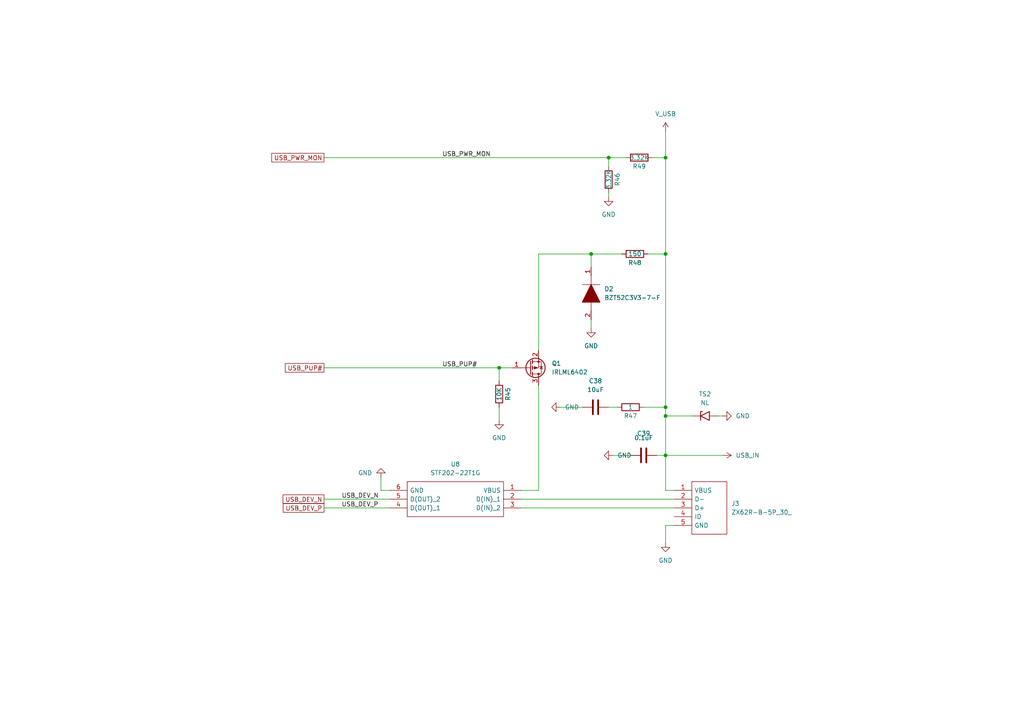
<source format=kicad_sch>
(kicad_sch (version 20211123) (generator eeschema)

  (uuid 1df0a18d-4497-40cd-ad71-4801f734276b)

  (paper "A4")

  (lib_symbols
    (symbol "Device:C" (pin_numbers hide) (pin_names (offset 0.254)) (in_bom yes) (on_board yes)
      (property "Reference" "C" (id 0) (at 0.635 2.54 0)
        (effects (font (size 1.27 1.27)) (justify left))
      )
      (property "Value" "C" (id 1) (at 0.635 -2.54 0)
        (effects (font (size 1.27 1.27)) (justify left))
      )
      (property "Footprint" "" (id 2) (at 0.9652 -3.81 0)
        (effects (font (size 1.27 1.27)) hide)
      )
      (property "Datasheet" "~" (id 3) (at 0 0 0)
        (effects (font (size 1.27 1.27)) hide)
      )
      (property "ki_keywords" "cap capacitor" (id 4) (at 0 0 0)
        (effects (font (size 1.27 1.27)) hide)
      )
      (property "ki_description" "Unpolarized capacitor" (id 5) (at 0 0 0)
        (effects (font (size 1.27 1.27)) hide)
      )
      (property "ki_fp_filters" "C_*" (id 6) (at 0 0 0)
        (effects (font (size 1.27 1.27)) hide)
      )
      (symbol "C_0_1"
        (polyline
          (pts
            (xy -2.032 -0.762)
            (xy 2.032 -0.762)
          )
          (stroke (width 0.508) (type default) (color 0 0 0 0))
          (fill (type none))
        )
        (polyline
          (pts
            (xy -2.032 0.762)
            (xy 2.032 0.762)
          )
          (stroke (width 0.508) (type default) (color 0 0 0 0))
          (fill (type none))
        )
      )
      (symbol "C_1_1"
        (pin passive line (at 0 3.81 270) (length 2.794)
          (name "~" (effects (font (size 1.27 1.27))))
          (number "1" (effects (font (size 1.27 1.27))))
        )
        (pin passive line (at 0 -3.81 90) (length 2.794)
          (name "~" (effects (font (size 1.27 1.27))))
          (number "2" (effects (font (size 1.27 1.27))))
        )
      )
    )
    (symbol "Device:R" (pin_numbers hide) (pin_names (offset 0)) (in_bom yes) (on_board yes)
      (property "Reference" "R" (id 0) (at 2.032 0 90)
        (effects (font (size 1.27 1.27)))
      )
      (property "Value" "R" (id 1) (at 0 0 90)
        (effects (font (size 1.27 1.27)))
      )
      (property "Footprint" "" (id 2) (at -1.778 0 90)
        (effects (font (size 1.27 1.27)) hide)
      )
      (property "Datasheet" "~" (id 3) (at 0 0 0)
        (effects (font (size 1.27 1.27)) hide)
      )
      (property "ki_keywords" "R res resistor" (id 4) (at 0 0 0)
        (effects (font (size 1.27 1.27)) hide)
      )
      (property "ki_description" "Resistor" (id 5) (at 0 0 0)
        (effects (font (size 1.27 1.27)) hide)
      )
      (property "ki_fp_filters" "R_*" (id 6) (at 0 0 0)
        (effects (font (size 1.27 1.27)) hide)
      )
      (symbol "R_0_1"
        (rectangle (start -1.016 -2.54) (end 1.016 2.54)
          (stroke (width 0.254) (type default) (color 0 0 0 0))
          (fill (type none))
        )
      )
      (symbol "R_1_1"
        (pin passive line (at 0 3.81 270) (length 1.27)
          (name "~" (effects (font (size 1.27 1.27))))
          (number "1" (effects (font (size 1.27 1.27))))
        )
        (pin passive line (at 0 -3.81 90) (length 1.27)
          (name "~" (effects (font (size 1.27 1.27))))
          (number "2" (effects (font (size 1.27 1.27))))
        )
      )
    )
    (symbol "Diode:SMF5V0A" (pin_numbers hide) (pin_names (offset 1.016) hide) (in_bom yes) (on_board yes)
      (property "Reference" "D" (id 0) (at 0 2.54 0)
        (effects (font (size 1.27 1.27)))
      )
      (property "Value" "SMF5V0A" (id 1) (at 0 -2.54 0)
        (effects (font (size 1.27 1.27)))
      )
      (property "Footprint" "Diode_SMD:D_SMF" (id 2) (at 0 -5.08 0)
        (effects (font (size 1.27 1.27)) hide)
      )
      (property "Datasheet" "https://www.vishay.com/doc?85881" (id 3) (at -1.27 0 0)
        (effects (font (size 1.27 1.27)) hide)
      )
      (property "ki_keywords" "diode TVS voltage suppressor" (id 4) (at 0 0 0)
        (effects (font (size 1.27 1.27)) hide)
      )
      (property "ki_description" "200W unidirectional Transil Transient Voltage Suppressor, 5Vrwm, SMF" (id 5) (at 0 0 0)
        (effects (font (size 1.27 1.27)) hide)
      )
      (property "ki_fp_filters" "D*SMF*" (id 6) (at 0 0 0)
        (effects (font (size 1.27 1.27)) hide)
      )
      (symbol "SMF5V0A_0_1"
        (polyline
          (pts
            (xy -0.762 1.27)
            (xy -1.27 1.27)
            (xy -1.27 -1.27)
          )
          (stroke (width 0.254) (type default) (color 0 0 0 0))
          (fill (type none))
        )
        (polyline
          (pts
            (xy 1.27 1.27)
            (xy 1.27 -1.27)
            (xy -1.27 0)
            (xy 1.27 1.27)
          )
          (stroke (width 0.254) (type default) (color 0 0 0 0))
          (fill (type none))
        )
      )
      (symbol "SMF5V0A_1_1"
        (pin passive line (at -3.81 0 0) (length 2.54)
          (name "A1" (effects (font (size 1.27 1.27))))
          (number "1" (effects (font (size 1.27 1.27))))
        )
        (pin passive line (at 3.81 0 180) (length 2.54)
          (name "A2" (effects (font (size 1.27 1.27))))
          (number "2" (effects (font (size 1.27 1.27))))
        )
      )
    )
    (symbol "SamacSys_Parts:BZT52C3V3-7-F" (pin_names (offset 0.762)) (in_bom yes) (on_board yes)
      (property "Reference" "D" (id 0) (at 11.43 5.08 0)
        (effects (font (size 1.27 1.27)) (justify left))
      )
      (property "Value" "BZT52C3V3-7-F" (id 1) (at 11.43 2.54 0)
        (effects (font (size 1.27 1.27)) (justify left))
      )
      (property "Footprint" "SOD3716X145N" (id 2) (at 11.43 0 0)
        (effects (font (size 1.27 1.27)) (justify left) hide)
      )
      (property "Datasheet" "https://componentsearchengine.com/Datasheets/2/BZT52C3V3-7-F.pdf" (id 3) (at 11.43 -2.54 0)
        (effects (font (size 1.27 1.27)) (justify left) hide)
      )
      (property "Description" "Diode Zener 3.3V 6% 500mW 2Pin SOD123 Diodes Inc BZT52C3V3-7-F Zener Diode, 3.3V 6% 500 mW SMT 2-Pin SOD-123" (id 4) (at 11.43 -5.08 0)
        (effects (font (size 1.27 1.27)) (justify left) hide)
      )
      (property "Height" "1.45" (id 5) (at 11.43 -7.62 0)
        (effects (font (size 1.27 1.27)) (justify left) hide)
      )
      (property "Manufacturer_Name" "Diodes Inc." (id 6) (at 11.43 -10.16 0)
        (effects (font (size 1.27 1.27)) (justify left) hide)
      )
      (property "Manufacturer_Part_Number" "BZT52C3V3-7-F" (id 7) (at 11.43 -12.7 0)
        (effects (font (size 1.27 1.27)) (justify left) hide)
      )
      (property "Mouser Part Number" "621-BZT52C3V3-F" (id 8) (at 11.43 -15.24 0)
        (effects (font (size 1.27 1.27)) (justify left) hide)
      )
      (property "Mouser Price/Stock" "https://www.mouser.co.uk/ProductDetail/Diodes-Incorporated/BZT52C3V3-7-F?qs=dNtxPdzQ6JULJX51T1L5XQ%3D%3D" (id 9) (at 11.43 -17.78 0)
        (effects (font (size 1.27 1.27)) (justify left) hide)
      )
      (property "Arrow Part Number" "BZT52C3V3-7-F" (id 10) (at 11.43 -20.32 0)
        (effects (font (size 1.27 1.27)) (justify left) hide)
      )
      (property "Arrow Price/Stock" "https://www.arrow.com/en/products/bzt52c3v3-7-f/diodes-incorporated?region=nac" (id 11) (at 11.43 -22.86 0)
        (effects (font (size 1.27 1.27)) (justify left) hide)
      )
      (property "Mouser Testing Part Number" "" (id 12) (at 11.43 -25.4 0)
        (effects (font (size 1.27 1.27)) (justify left) hide)
      )
      (property "Mouser Testing Price/Stock" "" (id 13) (at 11.43 -27.94 0)
        (effects (font (size 1.27 1.27)) (justify left) hide)
      )
      (property "ki_description" "Diode Zener 3.3V 6% 500mW 2Pin SOD123 Diodes Inc BZT52C3V3-7-F Zener Diode, 3.3V 6% 500 mW SMT 2-Pin SOD-123" (id 14) (at 0 0 0)
        (effects (font (size 1.27 1.27)) hide)
      )
      (symbol "BZT52C3V3-7-F_0_0"
        (pin passive line (at 0 0 0) (length 2.54)
          (name "~" (effects (font (size 1.27 1.27))))
          (number "1" (effects (font (size 1.27 1.27))))
        )
        (pin passive line (at 15.24 0 180) (length 2.54)
          (name "~" (effects (font (size 1.27 1.27))))
          (number "2" (effects (font (size 1.27 1.27))))
        )
      )
      (symbol "BZT52C3V3-7-F_0_1"
        (polyline
          (pts
            (xy 2.54 0)
            (xy 5.08 0)
          )
          (stroke (width 0.1524) (type default) (color 0 0 0 0))
          (fill (type none))
        )
        (polyline
          (pts
            (xy 5.08 2.54)
            (xy 5.08 -2.54)
          )
          (stroke (width 0.1524) (type default) (color 0 0 0 0))
          (fill (type none))
        )
        (polyline
          (pts
            (xy 10.16 0)
            (xy 12.7 0)
          )
          (stroke (width 0.1524) (type default) (color 0 0 0 0))
          (fill (type none))
        )
        (polyline
          (pts
            (xy 5.08 0)
            (xy 10.16 2.54)
            (xy 10.16 -2.54)
            (xy 5.08 0)
          )
          (stroke (width 0.254) (type default) (color 0 0 0 0))
          (fill (type outline))
        )
      )
    )
    (symbol "SamacSys_Parts:STF202-22T1G" (pin_names (offset 0.762)) (in_bom yes) (on_board yes)
      (property "Reference" "IC" (id 0) (at 34.29 7.62 0)
        (effects (font (size 1.27 1.27)) (justify left))
      )
      (property "Value" "STF202-22T1G" (id 1) (at 34.29 5.08 0)
        (effects (font (size 1.27 1.27)) (justify left))
      )
      (property "Footprint" "SOT95P275X110-6N" (id 2) (at 34.29 2.54 0)
        (effects (font (size 1.27 1.27)) (justify left) hide)
      )
      (property "Datasheet" "http://www.onsemi.com/pub/Collateral/STF202-22T1-D.PDF" (id 3) (at 34.29 0 0)
        (effects (font (size 1.27 1.27)) (justify left) hide)
      )
      (property "Description" "USB Filter with ESD Protection" (id 4) (at 34.29 -2.54 0)
        (effects (font (size 1.27 1.27)) (justify left) hide)
      )
      (property "Height" "1.1" (id 5) (at 34.29 -5.08 0)
        (effects (font (size 1.27 1.27)) (justify left) hide)
      )
      (property "Manufacturer_Name" "onsemi" (id 6) (at 34.29 -7.62 0)
        (effects (font (size 1.27 1.27)) (justify left) hide)
      )
      (property "Manufacturer_Part_Number" "STF202-22T1G" (id 7) (at 34.29 -10.16 0)
        (effects (font (size 1.27 1.27)) (justify left) hide)
      )
      (property "Mouser Part Number" "863-STF202-22T1G" (id 8) (at 34.29 -12.7 0)
        (effects (font (size 1.27 1.27)) (justify left) hide)
      )
      (property "Mouser Price/Stock" "https://www.mouser.co.uk/ProductDetail/onsemi/STF202-22T1G?qs=xZq1yRCsb1dM1UQ1NtNRtw%3D%3D" (id 9) (at 34.29 -15.24 0)
        (effects (font (size 1.27 1.27)) (justify left) hide)
      )
      (property "Arrow Part Number" "STF202-22T1G" (id 10) (at 34.29 -17.78 0)
        (effects (font (size 1.27 1.27)) (justify left) hide)
      )
      (property "Arrow Price/Stock" "https://www.arrow.com/en/products/stf202-22t1g/on-semiconductor?region=nac" (id 11) (at 34.29 -20.32 0)
        (effects (font (size 1.27 1.27)) (justify left) hide)
      )
      (property "Mouser Testing Part Number" "" (id 12) (at 34.29 -22.86 0)
        (effects (font (size 1.27 1.27)) (justify left) hide)
      )
      (property "Mouser Testing Price/Stock" "" (id 13) (at 34.29 -25.4 0)
        (effects (font (size 1.27 1.27)) (justify left) hide)
      )
      (property "ki_description" "USB Filter with ESD Protection" (id 14) (at 0 0 0)
        (effects (font (size 1.27 1.27)) hide)
      )
      (symbol "STF202-22T1G_0_0"
        (pin passive line (at 0 0 0) (length 5.08)
          (name "VBUS" (effects (font (size 1.27 1.27))))
          (number "1" (effects (font (size 1.27 1.27))))
        )
        (pin passive line (at 0 -2.54 0) (length 5.08)
          (name "D(IN)_1" (effects (font (size 1.27 1.27))))
          (number "2" (effects (font (size 1.27 1.27))))
        )
        (pin passive line (at 0 -5.08 0) (length 5.08)
          (name "D(IN)_2" (effects (font (size 1.27 1.27))))
          (number "3" (effects (font (size 1.27 1.27))))
        )
        (pin passive line (at 38.1 -5.08 180) (length 5.08)
          (name "D(OUT)_1" (effects (font (size 1.27 1.27))))
          (number "4" (effects (font (size 1.27 1.27))))
        )
        (pin passive line (at 38.1 -2.54 180) (length 5.08)
          (name "D(OUT)_2" (effects (font (size 1.27 1.27))))
          (number "5" (effects (font (size 1.27 1.27))))
        )
        (pin passive line (at 38.1 0 180) (length 5.08)
          (name "GND" (effects (font (size 1.27 1.27))))
          (number "6" (effects (font (size 1.27 1.27))))
        )
      )
      (symbol "STF202-22T1G_0_1"
        (polyline
          (pts
            (xy 5.08 2.54)
            (xy 33.02 2.54)
            (xy 33.02 -7.62)
            (xy 5.08 -7.62)
            (xy 5.08 2.54)
          )
          (stroke (width 0.1524) (type default) (color 0 0 0 0))
          (fill (type none))
        )
      )
    )
    (symbol "SamacSys_Parts:ZX62R-B-5P_30_" (pin_names (offset 0.762)) (in_bom yes) (on_board yes)
      (property "Reference" "J" (id 0) (at 13.97 0 0)
        (effects (font (size 1.27 1.27)) (justify left))
      )
      (property "Value" "ZX62R-B-5P_30_" (id 1) (at 13.97 -2.54 0)
        (effects (font (size 1.27 1.27)) (justify left))
      )
      (property "Footprint" "ZX62R-B-5P(30)" (id 2) (at 13.97 -5.08 0)
        (effects (font (size 1.27 1.27)) (justify left) hide)
      )
      (property "Datasheet" "http://www.farnell.com/datasheets/2360818.pdf" (id 3) (at 13.97 -7.62 0)
        (effects (font (size 1.27 1.27)) (justify left) hide)
      )
      (property "Description" "Hirose ZX, Straight SMT, Type B Version 2.0 Micro USB Connector Receptacle" (id 4) (at 13.97 -10.16 0)
        (effects (font (size 1.27 1.27)) (justify left) hide)
      )
      (property "Height" "" (id 5) (at 13.97 -12.7 0)
        (effects (font (size 1.27 1.27)) (justify left) hide)
      )
      (property "Manufacturer_Name" "Hirose" (id 6) (at 13.97 -15.24 0)
        (effects (font (size 1.27 1.27)) (justify left) hide)
      )
      (property "Manufacturer_Part_Number" "ZX62R-B-5P(30)" (id 7) (at 13.97 -17.78 0)
        (effects (font (size 1.27 1.27)) (justify left) hide)
      )
      (property "Mouser Part Number" "798-ZX62R-B-5P30" (id 8) (at 13.97 -20.32 0)
        (effects (font (size 1.27 1.27)) (justify left) hide)
      )
      (property "Mouser Price/Stock" "https://www.mouser.co.uk/ProductDetail/Hirose-Connector/ZX62R-B-5P30?qs=4J5DPWWS9EAThzyZtJ4A7A%3D%3D" (id 9) (at 13.97 -22.86 0)
        (effects (font (size 1.27 1.27)) (justify left) hide)
      )
      (property "Arrow Part Number" "ZX62R-B-5P(30)" (id 10) (at 13.97 -25.4 0)
        (effects (font (size 1.27 1.27)) (justify left) hide)
      )
      (property "Arrow Price/Stock" "https://www.arrow.com/en/products/zx62r-b-5p-30/hirose-electric" (id 11) (at 13.97 -27.94 0)
        (effects (font (size 1.27 1.27)) (justify left) hide)
      )
      (property "Mouser Testing Part Number" "" (id 12) (at 13.97 -30.48 0)
        (effects (font (size 1.27 1.27)) (justify left) hide)
      )
      (property "Mouser Testing Price/Stock" "" (id 13) (at 13.97 -33.02 0)
        (effects (font (size 1.27 1.27)) (justify left) hide)
      )
      (property "ki_description" "Hirose ZX, Straight SMT, Type B Version 2.0 Micro USB Connector Receptacle" (id 14) (at 0 0 0)
        (effects (font (size 1.27 1.27)) hide)
      )
      (symbol "ZX62R-B-5P_30__0_0"
        (pin passive line (at 10.16 0 270) (length 5.08)
          (name "VBUS" (effects (font (size 1.27 1.27))))
          (number "1" (effects (font (size 1.27 1.27))))
        )
        (pin passive line (at 7.62 0 270) (length 5.08)
          (name "D-" (effects (font (size 1.27 1.27))))
          (number "2" (effects (font (size 1.27 1.27))))
        )
        (pin passive line (at 5.08 0 270) (length 5.08)
          (name "D+" (effects (font (size 1.27 1.27))))
          (number "3" (effects (font (size 1.27 1.27))))
        )
        (pin passive line (at 2.54 0 270) (length 5.08)
          (name "ID" (effects (font (size 1.27 1.27))))
          (number "4" (effects (font (size 1.27 1.27))))
        )
        (pin passive line (at 0 0 270) (length 5.08)
          (name "GND" (effects (font (size 1.27 1.27))))
          (number "5" (effects (font (size 1.27 1.27))))
        )
      )
      (symbol "ZX62R-B-5P_30__0_1"
        (polyline
          (pts
            (xy -2.54 -5.08)
            (xy 12.7 -5.08)
            (xy 12.7 -15.24)
            (xy -2.54 -15.24)
            (xy -2.54 -5.08)
          )
          (stroke (width 0.1524) (type default) (color 0 0 0 0))
          (fill (type none))
        )
      )
    )
    (symbol "Transistor_FET:IRLML6402" (pin_names hide) (in_bom yes) (on_board yes)
      (property "Reference" "Q" (id 0) (at 5.08 1.905 0)
        (effects (font (size 1.27 1.27)) (justify left))
      )
      (property "Value" "IRLML6402" (id 1) (at 5.08 0 0)
        (effects (font (size 1.27 1.27)) (justify left))
      )
      (property "Footprint" "Package_TO_SOT_SMD:SOT-23" (id 2) (at 5.08 -1.905 0)
        (effects (font (size 1.27 1.27) italic) (justify left) hide)
      )
      (property "Datasheet" "https://www.infineon.com/dgdl/irlml6402pbf.pdf?fileId=5546d462533600a401535668d5c2263c" (id 3) (at 0 0 0)
        (effects (font (size 1.27 1.27)) (justify left) hide)
      )
      (property "ki_keywords" "P-Channel HEXFET MOSFET" (id 4) (at 0 0 0)
        (effects (font (size 1.27 1.27)) hide)
      )
      (property "ki_description" "-3.7A Id, -20V Vds, 65mOhm Rds, P-Channel HEXFET Power MOSFET, SOT-23" (id 5) (at 0 0 0)
        (effects (font (size 1.27 1.27)) hide)
      )
      (property "ki_fp_filters" "SOT?23*" (id 6) (at 0 0 0)
        (effects (font (size 1.27 1.27)) hide)
      )
      (symbol "IRLML6402_0_1"
        (polyline
          (pts
            (xy 0.254 0)
            (xy -2.54 0)
          )
          (stroke (width 0) (type default) (color 0 0 0 0))
          (fill (type none))
        )
        (polyline
          (pts
            (xy 0.254 1.905)
            (xy 0.254 -1.905)
          )
          (stroke (width 0.254) (type default) (color 0 0 0 0))
          (fill (type none))
        )
        (polyline
          (pts
            (xy 0.762 -1.27)
            (xy 0.762 -2.286)
          )
          (stroke (width 0.254) (type default) (color 0 0 0 0))
          (fill (type none))
        )
        (polyline
          (pts
            (xy 0.762 0.508)
            (xy 0.762 -0.508)
          )
          (stroke (width 0.254) (type default) (color 0 0 0 0))
          (fill (type none))
        )
        (polyline
          (pts
            (xy 0.762 2.286)
            (xy 0.762 1.27)
          )
          (stroke (width 0.254) (type default) (color 0 0 0 0))
          (fill (type none))
        )
        (polyline
          (pts
            (xy 2.54 2.54)
            (xy 2.54 1.778)
          )
          (stroke (width 0) (type default) (color 0 0 0 0))
          (fill (type none))
        )
        (polyline
          (pts
            (xy 2.54 -2.54)
            (xy 2.54 0)
            (xy 0.762 0)
          )
          (stroke (width 0) (type default) (color 0 0 0 0))
          (fill (type none))
        )
        (polyline
          (pts
            (xy 0.762 1.778)
            (xy 3.302 1.778)
            (xy 3.302 -1.778)
            (xy 0.762 -1.778)
          )
          (stroke (width 0) (type default) (color 0 0 0 0))
          (fill (type none))
        )
        (polyline
          (pts
            (xy 2.286 0)
            (xy 1.27 0.381)
            (xy 1.27 -0.381)
            (xy 2.286 0)
          )
          (stroke (width 0) (type default) (color 0 0 0 0))
          (fill (type outline))
        )
        (polyline
          (pts
            (xy 2.794 -0.508)
            (xy 2.921 -0.381)
            (xy 3.683 -0.381)
            (xy 3.81 -0.254)
          )
          (stroke (width 0) (type default) (color 0 0 0 0))
          (fill (type none))
        )
        (polyline
          (pts
            (xy 3.302 -0.381)
            (xy 2.921 0.254)
            (xy 3.683 0.254)
            (xy 3.302 -0.381)
          )
          (stroke (width 0) (type default) (color 0 0 0 0))
          (fill (type none))
        )
        (circle (center 1.651 0) (radius 2.794)
          (stroke (width 0.254) (type default) (color 0 0 0 0))
          (fill (type none))
        )
        (circle (center 2.54 -1.778) (radius 0.254)
          (stroke (width 0) (type default) (color 0 0 0 0))
          (fill (type outline))
        )
        (circle (center 2.54 1.778) (radius 0.254)
          (stroke (width 0) (type default) (color 0 0 0 0))
          (fill (type outline))
        )
      )
      (symbol "IRLML6402_1_1"
        (pin input line (at -5.08 0 0) (length 2.54)
          (name "G" (effects (font (size 1.27 1.27))))
          (number "1" (effects (font (size 1.27 1.27))))
        )
        (pin passive line (at 2.54 -5.08 90) (length 2.54)
          (name "S" (effects (font (size 1.27 1.27))))
          (number "2" (effects (font (size 1.27 1.27))))
        )
        (pin passive line (at 2.54 5.08 270) (length 2.54)
          (name "D" (effects (font (size 1.27 1.27))))
          (number "3" (effects (font (size 1.27 1.27))))
        )
      )
    )
    (symbol "espot:USB_IN" (power) (pin_names (offset 0)) (in_bom yes) (on_board yes)
      (property "Reference" "#PWR" (id 0) (at 0 -3.81 0)
        (effects (font (size 1.27 1.27)) hide)
      )
      (property "Value" "USB_IN" (id 1) (at 0 3.81 0)
        (effects (font (size 1.27 1.27)))
      )
      (property "Footprint" "" (id 2) (at 0 0 0)
        (effects (font (size 1.27 1.27)) hide)
      )
      (property "Datasheet" "" (id 3) (at 0 0 0)
        (effects (font (size 1.27 1.27)) hide)
      )
      (property "ki_keywords" "power-flag" (id 4) (at 0 0 0)
        (effects (font (size 1.27 1.27)) hide)
      )
      (property "ki_description" "Power symbol creates a global label with name \"USB_IN\"" (id 5) (at 0 0 0)
        (effects (font (size 1.27 1.27)) hide)
      )
      (symbol "USB_IN_0_1"
        (polyline
          (pts
            (xy -0.762 1.27)
            (xy 0 2.54)
          )
          (stroke (width 0) (type default) (color 0 0 0 0))
          (fill (type none))
        )
        (polyline
          (pts
            (xy 0 0)
            (xy 0 2.54)
          )
          (stroke (width 0) (type default) (color 0 0 0 0))
          (fill (type none))
        )
        (polyline
          (pts
            (xy 0 2.54)
            (xy 0.762 1.27)
          )
          (stroke (width 0) (type default) (color 0 0 0 0))
          (fill (type none))
        )
      )
      (symbol "USB_IN_1_1"
        (pin power_in line (at 0 0 90) (length 0) hide
          (name "USB_IN" (effects (font (size 1.27 1.27))))
          (number "1" (effects (font (size 1.27 1.27))))
        )
      )
    )
    (symbol "espot:V_USB" (power) (pin_names (offset 0)) (in_bom yes) (on_board yes)
      (property "Reference" "#PWR" (id 0) (at 0 -3.81 0)
        (effects (font (size 1.27 1.27)) hide)
      )
      (property "Value" "V_USB" (id 1) (at 0 3.81 0)
        (effects (font (size 1.27 1.27)))
      )
      (property "Footprint" "" (id 2) (at 0 0 0)
        (effects (font (size 1.27 1.27)) hide)
      )
      (property "Datasheet" "" (id 3) (at 0 0 0)
        (effects (font (size 1.27 1.27)) hide)
      )
      (property "ki_keywords" "power-flag" (id 4) (at 0 0 0)
        (effects (font (size 1.27 1.27)) hide)
      )
      (property "ki_description" "Power symbol creates a global label with name \"V_USB\"" (id 5) (at 0 0 0)
        (effects (font (size 1.27 1.27)) hide)
      )
      (symbol "V_USB_0_1"
        (polyline
          (pts
            (xy -0.762 1.27)
            (xy 0 2.54)
          )
          (stroke (width 0) (type default) (color 0 0 0 0))
          (fill (type none))
        )
        (polyline
          (pts
            (xy 0 0)
            (xy 0 2.54)
          )
          (stroke (width 0) (type default) (color 0 0 0 0))
          (fill (type none))
        )
        (polyline
          (pts
            (xy 0 2.54)
            (xy 0.762 1.27)
          )
          (stroke (width 0) (type default) (color 0 0 0 0))
          (fill (type none))
        )
      )
      (symbol "V_USB_1_1"
        (pin power_in line (at 0 0 90) (length 0) hide
          (name "V_USB" (effects (font (size 1.27 1.27))))
          (number "1" (effects (font (size 1.27 1.27))))
        )
      )
    )
    (symbol "power:GND" (power) (pin_names (offset 0)) (in_bom yes) (on_board yes)
      (property "Reference" "#PWR" (id 0) (at 0 -6.35 0)
        (effects (font (size 1.27 1.27)) hide)
      )
      (property "Value" "GND" (id 1) (at 0 -3.81 0)
        (effects (font (size 1.27 1.27)))
      )
      (property "Footprint" "" (id 2) (at 0 0 0)
        (effects (font (size 1.27 1.27)) hide)
      )
      (property "Datasheet" "" (id 3) (at 0 0 0)
        (effects (font (size 1.27 1.27)) hide)
      )
      (property "ki_keywords" "power-flag" (id 4) (at 0 0 0)
        (effects (font (size 1.27 1.27)) hide)
      )
      (property "ki_description" "Power symbol creates a global label with name \"GND\" , ground" (id 5) (at 0 0 0)
        (effects (font (size 1.27 1.27)) hide)
      )
      (symbol "GND_0_1"
        (polyline
          (pts
            (xy 0 0)
            (xy 0 -1.27)
            (xy 1.27 -1.27)
            (xy 0 -2.54)
            (xy -1.27 -1.27)
            (xy 0 -1.27)
          )
          (stroke (width 0) (type default) (color 0 0 0 0))
          (fill (type none))
        )
      )
      (symbol "GND_1_1"
        (pin power_in line (at 0 0 270) (length 0) hide
          (name "GND" (effects (font (size 1.27 1.27))))
          (number "1" (effects (font (size 1.27 1.27))))
        )
      )
    )
  )

  (junction (at 193.04 132.08) (diameter 0) (color 0 0 0 0)
    (uuid 0802e088-721c-4fe7-8da9-cd70138d4055)
  )
  (junction (at 193.04 45.72) (diameter 0) (color 0 0 0 0)
    (uuid 3148b1f0-fb1a-44d2-9262-18d4f944aa0f)
  )
  (junction (at 171.45 73.66) (diameter 0) (color 0 0 0 0)
    (uuid 53c6b8d1-c155-4495-9363-ecaa7d8bdadf)
  )
  (junction (at 193.04 73.66) (diameter 0) (color 0 0 0 0)
    (uuid 5660f980-6cb5-4008-9d83-3694a067ea5c)
  )
  (junction (at 193.04 120.65) (diameter 0) (color 0 0 0 0)
    (uuid 8605d9fd-3054-4ee7-8686-787a30401d81)
  )
  (junction (at 144.78 106.68) (diameter 0) (color 0 0 0 0)
    (uuid 9124323d-5d21-4e5c-8123-0f633f57ff95)
  )
  (junction (at 176.53 45.72) (diameter 0) (color 0 0 0 0)
    (uuid ad8a40fc-395a-477d-a88e-f0a3a51af0c5)
  )
  (junction (at 193.04 118.11) (diameter 0) (color 0 0 0 0)
    (uuid d73845c5-816c-42db-9f8e-a68bb47455e8)
  )

  (wire (pts (xy 144.78 106.68) (xy 144.78 110.49))
    (stroke (width 0) (type default) (color 0 0 0 0))
    (uuid 01e07c5e-4e9a-40ca-a46a-d66ddce5ca8a)
  )
  (wire (pts (xy 171.45 73.66) (xy 171.45 77.47))
    (stroke (width 0) (type default) (color 0 0 0 0))
    (uuid 036b0a70-ebfc-4718-a890-3d84b708a62f)
  )
  (wire (pts (xy 151.13 147.32) (xy 195.58 147.32))
    (stroke (width 0) (type default) (color 0 0 0 0))
    (uuid 08e6421f-455b-4b65-9ba8-585f209fba97)
  )
  (wire (pts (xy 176.53 118.11) (xy 179.07 118.11))
    (stroke (width 0) (type default) (color 0 0 0 0))
    (uuid 0a257f21-47e0-495c-a0e6-014a3ecff353)
  )
  (wire (pts (xy 177.8 132.08) (xy 182.88 132.08))
    (stroke (width 0) (type default) (color 0 0 0 0))
    (uuid 144f23c1-db97-4770-add2-ecf0eba886f6)
  )
  (wire (pts (xy 186.69 118.11) (xy 193.04 118.11))
    (stroke (width 0) (type default) (color 0 0 0 0))
    (uuid 1e8db07d-8ad0-45b1-9c66-b6dd52c6fefb)
  )
  (wire (pts (xy 176.53 45.72) (xy 176.53 48.26))
    (stroke (width 0) (type default) (color 0 0 0 0))
    (uuid 2322b81d-8568-443a-a343-59a8deb7264f)
  )
  (wire (pts (xy 193.04 118.11) (xy 193.04 120.65))
    (stroke (width 0) (type default) (color 0 0 0 0))
    (uuid 318c6a9f-f12b-4958-beac-c4d68a3f0a4f)
  )
  (wire (pts (xy 176.53 45.72) (xy 181.61 45.72))
    (stroke (width 0) (type default) (color 0 0 0 0))
    (uuid 3a9f81ef-edd4-464a-8117-e51bab6d7bb0)
  )
  (wire (pts (xy 156.21 142.24) (xy 156.21 111.76))
    (stroke (width 0) (type default) (color 0 0 0 0))
    (uuid 3f4621a4-e4c9-41f0-b763-1d450cf3da34)
  )
  (wire (pts (xy 193.04 73.66) (xy 193.04 118.11))
    (stroke (width 0) (type default) (color 0 0 0 0))
    (uuid 45792b3d-3f9c-4196-946d-09ad6649dcdc)
  )
  (wire (pts (xy 193.04 152.4) (xy 193.04 157.48))
    (stroke (width 0) (type default) (color 0 0 0 0))
    (uuid 4b9e3303-a257-4f59-9592-e17256157598)
  )
  (wire (pts (xy 110.49 142.24) (xy 110.49 138.43))
    (stroke (width 0) (type default) (color 0 0 0 0))
    (uuid 52f56e29-b197-484b-8fac-44ee62248cd6)
  )
  (wire (pts (xy 195.58 142.24) (xy 193.04 142.24))
    (stroke (width 0) (type default) (color 0 0 0 0))
    (uuid 55086c4b-eb65-402f-b470-f76224904b69)
  )
  (wire (pts (xy 195.58 152.4) (xy 193.04 152.4))
    (stroke (width 0) (type default) (color 0 0 0 0))
    (uuid 61a4492d-b7b7-456c-837f-d2269ec7b4a3)
  )
  (wire (pts (xy 176.53 55.88) (xy 176.53 57.15))
    (stroke (width 0) (type default) (color 0 0 0 0))
    (uuid 65ef9bbe-e382-4a3d-823d-28f8983c77d4)
  )
  (wire (pts (xy 93.98 147.32) (xy 113.03 147.32))
    (stroke (width 0) (type default) (color 0 0 0 0))
    (uuid 68d4b963-0436-4c44-9dda-c22a72b7a1fc)
  )
  (wire (pts (xy 208.28 120.65) (xy 209.55 120.65))
    (stroke (width 0) (type default) (color 0 0 0 0))
    (uuid 7eb35c80-3eb5-46e4-a2e3-4cd56955621d)
  )
  (wire (pts (xy 93.98 106.68) (xy 144.78 106.68))
    (stroke (width 0) (type default) (color 0 0 0 0))
    (uuid 7f15d79c-b7a5-4d9b-9a03-e465e99bc75b)
  )
  (wire (pts (xy 187.96 73.66) (xy 193.04 73.66))
    (stroke (width 0) (type default) (color 0 0 0 0))
    (uuid 8578ad69-bce4-4362-afb5-6215fff9f5b3)
  )
  (wire (pts (xy 151.13 144.78) (xy 195.58 144.78))
    (stroke (width 0) (type default) (color 0 0 0 0))
    (uuid 8e110d8a-8825-4c1c-a004-9cdcb0073320)
  )
  (wire (pts (xy 193.04 38.1) (xy 193.04 45.72))
    (stroke (width 0) (type default) (color 0 0 0 0))
    (uuid 9ad5dd9a-3646-4e9e-b6a7-4ec2c55db65b)
  )
  (wire (pts (xy 151.13 142.24) (xy 156.21 142.24))
    (stroke (width 0) (type default) (color 0 0 0 0))
    (uuid 9d60f118-3707-471e-bdfc-db4155326236)
  )
  (wire (pts (xy 171.45 73.66) (xy 180.34 73.66))
    (stroke (width 0) (type default) (color 0 0 0 0))
    (uuid a5d47f46-92d1-419e-aeb6-99d151577d42)
  )
  (wire (pts (xy 193.04 45.72) (xy 193.04 73.66))
    (stroke (width 0) (type default) (color 0 0 0 0))
    (uuid a60f843c-43db-4c44-9485-aa9f3369a1a6)
  )
  (wire (pts (xy 200.66 120.65) (xy 193.04 120.65))
    (stroke (width 0) (type default) (color 0 0 0 0))
    (uuid a833687e-3cbd-40ce-853b-7ec4500e1be0)
  )
  (wire (pts (xy 189.23 45.72) (xy 193.04 45.72))
    (stroke (width 0) (type default) (color 0 0 0 0))
    (uuid aa1ee9d3-6ef7-4ace-9ad1-639a1aad1b64)
  )
  (wire (pts (xy 193.04 132.08) (xy 190.5 132.08))
    (stroke (width 0) (type default) (color 0 0 0 0))
    (uuid ae63397c-4922-4dd9-99a9-be38bb6a0b88)
  )
  (wire (pts (xy 148.59 106.68) (xy 144.78 106.68))
    (stroke (width 0) (type default) (color 0 0 0 0))
    (uuid b2731455-78aa-4db5-b598-b4e8bce407fd)
  )
  (wire (pts (xy 113.03 142.24) (xy 110.49 142.24))
    (stroke (width 0) (type default) (color 0 0 0 0))
    (uuid b4067681-1bba-434f-99fe-e9fe86adb3b5)
  )
  (wire (pts (xy 193.04 132.08) (xy 209.55 132.08))
    (stroke (width 0) (type default) (color 0 0 0 0))
    (uuid b9dc29fb-bdae-4cf3-80d9-10acd3d511cc)
  )
  (wire (pts (xy 162.56 118.11) (xy 168.91 118.11))
    (stroke (width 0) (type default) (color 0 0 0 0))
    (uuid bbb470ba-ab58-4c5d-aed4-7d2eca72fc58)
  )
  (wire (pts (xy 156.21 73.66) (xy 171.45 73.66))
    (stroke (width 0) (type default) (color 0 0 0 0))
    (uuid c6cf6fcc-8b98-46d4-af79-439abdb5efa3)
  )
  (wire (pts (xy 144.78 118.11) (xy 144.78 121.92))
    (stroke (width 0) (type default) (color 0 0 0 0))
    (uuid cade5968-9f5b-4e41-96cf-c26e3da14cc7)
  )
  (wire (pts (xy 193.04 142.24) (xy 193.04 132.08))
    (stroke (width 0) (type default) (color 0 0 0 0))
    (uuid cadeaaf8-1b8f-4ffc-9312-f8357da93cf5)
  )
  (wire (pts (xy 93.98 45.72) (xy 176.53 45.72))
    (stroke (width 0) (type default) (color 0 0 0 0))
    (uuid cc97ed78-ba02-48db-8682-61476de1c572)
  )
  (wire (pts (xy 193.04 120.65) (xy 193.04 132.08))
    (stroke (width 0) (type default) (color 0 0 0 0))
    (uuid dfa99c4e-0cd7-4e1a-a5f4-65b4eaaffd3e)
  )
  (wire (pts (xy 156.21 101.6) (xy 156.21 73.66))
    (stroke (width 0) (type default) (color 0 0 0 0))
    (uuid e554410b-66e4-4deb-bf98-152e9975d7ef)
  )
  (wire (pts (xy 171.45 92.71) (xy 171.45 95.25))
    (stroke (width 0) (type default) (color 0 0 0 0))
    (uuid f43993a1-ced2-4ad8-9341-bad6871da07c)
  )
  (wire (pts (xy 93.98 144.78) (xy 113.03 144.78))
    (stroke (width 0) (type default) (color 0 0 0 0))
    (uuid fac92daf-ab4a-49e2-965f-a6db13231c3a)
  )

  (label "USB_PWR_MON" (at 128.27 45.72 0)
    (effects (font (size 1.27 1.27)) (justify left bottom))
    (uuid 4a95a30e-c48d-40fd-918a-037781f41fb5)
  )
  (label "USB_DEV_N" (at 99.06 144.78 0)
    (effects (font (size 1.27 1.27)) (justify left bottom))
    (uuid 6e0c1a53-1796-4cb9-af60-63e062e55a20)
  )
  (label "USB_DEV_P" (at 99.06 147.32 0)
    (effects (font (size 1.27 1.27)) (justify left bottom))
    (uuid 9d7f89f9-34d7-4705-8a1d-2cf27dbea15d)
  )
  (label "USB_PUP#" (at 128.27 106.68 0)
    (effects (font (size 1.27 1.27)) (justify left bottom))
    (uuid c94cc498-6081-4433-8329-43aa45836183)
  )

  (global_label "USB_PUP#" (shape passive) (at 93.98 106.68 180) (fields_autoplaced)
    (effects (font (size 1.27 1.27)) (justify right))
    (uuid 16d94316-7eed-4556-a2b5-57dd8f9940fa)
    (property "Intersheet References" "${INTERSHEET_REFS}" (id 0) (at 81.6488 106.6006 0)
      (effects (font (size 1.27 1.27)) (justify right) hide)
    )
  )
  (global_label "USB_DEV_N" (shape passive) (at 93.98 144.78 180) (fields_autoplaced)
    (effects (font (size 1.27 1.27)) (justify right))
    (uuid 38f97dd5-203f-4a7b-819c-d6586cc614c0)
    (property "Intersheet References" "${INTERSHEET_REFS}" (id 0) (at 80.9836 144.7006 0)
      (effects (font (size 1.27 1.27)) (justify right) hide)
    )
  )
  (global_label "USB_DEV_P" (shape passive) (at 93.98 147.32 180) (fields_autoplaced)
    (effects (font (size 1.27 1.27)) (justify right))
    (uuid 4c825629-65cd-442c-aee1-112afde3365a)
    (property "Intersheet References" "${INTERSHEET_REFS}" (id 0) (at 81.044 147.2406 0)
      (effects (font (size 1.27 1.27)) (justify right) hide)
    )
  )
  (global_label "USB_PWR_MON" (shape passive) (at 93.98 45.72 180) (fields_autoplaced)
    (effects (font (size 1.27 1.27)) (justify right))
    (uuid 78a74705-6580-40f4-8c54-fc29a2c01022)
    (property "Intersheet References" "${INTERSHEET_REFS}" (id 0) (at 77.7179 45.6406 0)
      (effects (font (size 1.27 1.27)) (justify right) hide)
    )
  )

  (symbol (lib_id "power:GND") (at 177.8 132.08 270) (unit 1)
    (in_bom yes) (on_board yes) (fields_autoplaced)
    (uuid 080eb5e4-37cf-401f-bce2-3ed2a039f99d)
    (property "Reference" "#PWR0105" (id 0) (at 171.45 132.08 0)
      (effects (font (size 1.27 1.27)) hide)
    )
    (property "Value" "GND" (id 1) (at 179.07 132.0799 90)
      (effects (font (size 1.27 1.27)) (justify left))
    )
    (property "Footprint" "" (id 2) (at 177.8 132.08 0)
      (effects (font (size 1.27 1.27)) hide)
    )
    (property "Datasheet" "" (id 3) (at 177.8 132.08 0)
      (effects (font (size 1.27 1.27)) hide)
    )
    (pin "1" (uuid 6bec9e03-63a1-48de-80f0-a36ffb47249c))
  )

  (symbol (lib_id "Diode:SMF5V0A") (at 204.47 120.65 0) (unit 1)
    (in_bom yes) (on_board yes) (fields_autoplaced)
    (uuid 174cdcd9-c6fd-44a5-983f-138afb267856)
    (property "Reference" "TS2" (id 0) (at 204.47 114.3 0))
    (property "Value" "NL" (id 1) (at 204.47 116.84 0))
    (property "Footprint" "Diode_SMD:D_SMF" (id 2) (at 204.47 125.73 0)
      (effects (font (size 1.27 1.27)) hide)
    )
    (property "Datasheet" "https://www.vishay.com/doc?85881" (id 3) (at 203.2 120.65 0)
      (effects (font (size 1.27 1.27)) hide)
    )
    (pin "1" (uuid c9fa9296-a98a-4e13-aa76-a90509a190d3))
    (pin "2" (uuid ba9e3d5c-a321-4c27-bdee-7284000d9d89))
  )

  (symbol (lib_id "power:GND") (at 176.53 57.15 0) (unit 1)
    (in_bom yes) (on_board yes) (fields_autoplaced)
    (uuid 2b1a3404-1416-44d3-a38b-1c93c556445d)
    (property "Reference" "#PWR0104" (id 0) (at 176.53 63.5 0)
      (effects (font (size 1.27 1.27)) hide)
    )
    (property "Value" "GND" (id 1) (at 176.53 62.23 0))
    (property "Footprint" "" (id 2) (at 176.53 57.15 0)
      (effects (font (size 1.27 1.27)) hide)
    )
    (property "Datasheet" "" (id 3) (at 176.53 57.15 0)
      (effects (font (size 1.27 1.27)) hide)
    )
    (pin "1" (uuid 23ec8537-7143-4491-814d-dd6a0559fc8e))
  )

  (symbol (lib_id "Device:C") (at 186.69 132.08 90) (unit 1)
    (in_bom yes) (on_board yes) (fields_autoplaced)
    (uuid 30577c73-d744-4161-a08b-1fc767ab733d)
    (property "Reference" "C39" (id 0) (at 186.69 125.73 90))
    (property "Value" "0.1uF" (id 1) (at 186.69 127 90))
    (property "Footprint" "Capacitor_SMD:C_0603_1608Metric_Pad1.08x0.95mm_HandSolder" (id 2) (at 190.5 131.1148 0)
      (effects (font (size 1.27 1.27)) hide)
    )
    (property "Datasheet" "~" (id 3) (at 186.69 132.08 0)
      (effects (font (size 1.27 1.27)) hide)
    )
    (pin "1" (uuid 7dc10f10-9ca2-4f91-b45b-5ed191bcc364))
    (pin "2" (uuid e19eecf0-a8c3-4d62-8e3a-9cb196dba12a))
  )

  (symbol (lib_id "power:GND") (at 193.04 157.48 0) (unit 1)
    (in_bom yes) (on_board yes) (fields_autoplaced)
    (uuid 3421607a-0f75-4ea3-98dc-a2e1205c5602)
    (property "Reference" "#PWR0107" (id 0) (at 193.04 163.83 0)
      (effects (font (size 1.27 1.27)) hide)
    )
    (property "Value" "GND" (id 1) (at 193.04 162.56 0))
    (property "Footprint" "" (id 2) (at 193.04 157.48 0)
      (effects (font (size 1.27 1.27)) hide)
    )
    (property "Datasheet" "" (id 3) (at 193.04 157.48 0)
      (effects (font (size 1.27 1.27)) hide)
    )
    (pin "1" (uuid 26e7025e-2aa5-4f7a-9479-5f5e245f6c7d))
  )

  (symbol (lib_id "Device:R") (at 184.15 73.66 270) (unit 1)
    (in_bom yes) (on_board yes)
    (uuid 36b95b91-ce69-4686-a0b8-c92be1794eb7)
    (property "Reference" "R48" (id 0) (at 184.15 76.2 90))
    (property "Value" "150" (id 1) (at 184.15 73.66 90))
    (property "Footprint" "Resistor_SMD:R_0603_1608Metric_Pad0.98x0.95mm_HandSolder" (id 2) (at 184.15 71.882 90)
      (effects (font (size 1.27 1.27)) hide)
    )
    (property "Datasheet" "~" (id 3) (at 184.15 73.66 0)
      (effects (font (size 1.27 1.27)) hide)
    )
    (pin "1" (uuid 9a9fc120-4555-4279-a856-13659bd89fb9))
    (pin "2" (uuid 930d2c75-92b5-4d0e-89a1-dc215875b12c))
  )

  (symbol (lib_id "Device:R") (at 182.88 118.11 270) (unit 1)
    (in_bom yes) (on_board yes)
    (uuid 427867f2-d876-4ad6-900d-b2d3eba89d56)
    (property "Reference" "R47" (id 0) (at 182.88 120.65 90))
    (property "Value" "1" (id 1) (at 182.88 118.11 90))
    (property "Footprint" "Resistor_SMD:R_0603_1608Metric_Pad0.98x0.95mm_HandSolder" (id 2) (at 182.88 116.332 90)
      (effects (font (size 1.27 1.27)) hide)
    )
    (property "Datasheet" "~" (id 3) (at 182.88 118.11 0)
      (effects (font (size 1.27 1.27)) hide)
    )
    (pin "1" (uuid 6b62759b-b52a-4f1c-a66c-9a21f5769ff4))
    (pin "2" (uuid 123ba69e-9585-4457-bd03-63a2be940c87))
  )

  (symbol (lib_id "Device:R") (at 185.42 45.72 270) (unit 1)
    (in_bom yes) (on_board yes)
    (uuid 4bd82bf9-f99f-4bbf-8d78-06ca23b2300e)
    (property "Reference" "R49" (id 0) (at 185.42 48.26 90))
    (property "Value" "3.32K" (id 1) (at 185.42 45.72 90))
    (property "Footprint" "Resistor_SMD:R_0603_1608Metric_Pad0.98x0.95mm_HandSolder" (id 2) (at 185.42 43.942 90)
      (effects (font (size 1.27 1.27)) hide)
    )
    (property "Datasheet" "~" (id 3) (at 185.42 45.72 0)
      (effects (font (size 1.27 1.27)) hide)
    )
    (pin "1" (uuid 64cc672f-c0f5-4f2a-addd-3292f6fe7c82))
    (pin "2" (uuid ec60f8a4-d4a2-4420-a2f4-8930d97d3809))
  )

  (symbol (lib_id "SamacSys_Parts:BZT52C3V3-7-F") (at 171.45 77.47 90) (mirror x) (unit 1)
    (in_bom yes) (on_board yes) (fields_autoplaced)
    (uuid 5332dc1c-26a9-4c3c-afa1-12aae9f909c4)
    (property "Reference" "D2" (id 0) (at 175.26 83.8199 90)
      (effects (font (size 1.27 1.27)) (justify right))
    )
    (property "Value" "BZT52C3V3-7-F" (id 1) (at 175.26 86.3599 90)
      (effects (font (size 1.27 1.27)) (justify right))
    )
    (property "Footprint" "SamacSys:SOD3716X145N" (id 2) (at 171.45 88.9 0)
      (effects (font (size 1.27 1.27)) (justify left) hide)
    )
    (property "Datasheet" "https://componentsearchengine.com/Datasheets/2/BZT52C3V3-7-F.pdf" (id 3) (at 173.99 88.9 0)
      (effects (font (size 1.27 1.27)) (justify left) hide)
    )
    (property "Description" "Diode Zener 3.3V 6% 500mW 2Pin SOD123 Diodes Inc BZT52C3V3-7-F Zener Diode, 3.3V 6% 500 mW SMT 2-Pin SOD-123" (id 4) (at 176.53 88.9 0)
      (effects (font (size 1.27 1.27)) (justify left) hide)
    )
    (property "Height" "1.45" (id 5) (at 179.07 88.9 0)
      (effects (font (size 1.27 1.27)) (justify left) hide)
    )
    (property "Manufacturer_Name" "Diodes Inc." (id 6) (at 181.61 88.9 0)
      (effects (font (size 1.27 1.27)) (justify left) hide)
    )
    (property "Manufacturer_Part_Number" "BZT52C3V3-7-F" (id 7) (at 184.15 88.9 0)
      (effects (font (size 1.27 1.27)) (justify left) hide)
    )
    (property "Mouser Part Number" "621-BZT52C3V3-F" (id 8) (at 186.69 88.9 0)
      (effects (font (size 1.27 1.27)) (justify left) hide)
    )
    (property "Mouser Price/Stock" "https://www.mouser.co.uk/ProductDetail/Diodes-Incorporated/BZT52C3V3-7-F?qs=dNtxPdzQ6JULJX51T1L5XQ%3D%3D" (id 9) (at 189.23 88.9 0)
      (effects (font (size 1.27 1.27)) (justify left) hide)
    )
    (property "Arrow Part Number" "BZT52C3V3-7-F" (id 10) (at 191.77 88.9 0)
      (effects (font (size 1.27 1.27)) (justify left) hide)
    )
    (property "Arrow Price/Stock" "https://www.arrow.com/en/products/bzt52c3v3-7-f/diodes-incorporated?region=nac" (id 11) (at 194.31 88.9 0)
      (effects (font (size 1.27 1.27)) (justify left) hide)
    )
    (property "Mouser Testing Part Number" "" (id 12) (at 196.85 88.9 0)
      (effects (font (size 1.27 1.27)) (justify left) hide)
    )
    (property "Mouser Testing Price/Stock" "" (id 13) (at 199.39 88.9 0)
      (effects (font (size 1.27 1.27)) (justify left) hide)
    )
    (pin "1" (uuid 73fd7b9f-2fb3-48b8-9ad0-f8a18dd309fb))
    (pin "2" (uuid 56bb21e3-f115-498c-aa1b-acfffbc6d9fe))
  )

  (symbol (lib_id "Device:C") (at 172.72 118.11 90) (unit 1)
    (in_bom yes) (on_board yes) (fields_autoplaced)
    (uuid 5eef8616-b0c7-44ab-8116-00f6997788a1)
    (property "Reference" "C38" (id 0) (at 172.72 110.49 90))
    (property "Value" "10uF" (id 1) (at 172.72 113.03 90))
    (property "Footprint" "Capacitor_SMD:C_0603_1608Metric_Pad1.08x0.95mm_HandSolder" (id 2) (at 176.53 117.1448 0)
      (effects (font (size 1.27 1.27)) hide)
    )
    (property "Datasheet" "~" (id 3) (at 172.72 118.11 0)
      (effects (font (size 1.27 1.27)) hide)
    )
    (pin "1" (uuid 7a599691-59f8-474d-9058-1a373af88f73))
    (pin "2" (uuid fce128fe-e842-4dcf-b310-ab387e9e6829))
  )

  (symbol (lib_id "espot:USB_IN") (at 209.55 132.08 270) (unit 1)
    (in_bom yes) (on_board yes) (fields_autoplaced)
    (uuid 62c3be9b-4648-416e-8a6e-cb844b242184)
    (property "Reference" "#PWR0109" (id 0) (at 205.74 132.08 0)
      (effects (font (size 1.27 1.27)) hide)
    )
    (property "Value" "USB_IN" (id 1) (at 213.36 132.0799 90)
      (effects (font (size 1.27 1.27)) (justify left))
    )
    (property "Footprint" "" (id 2) (at 209.55 132.08 0)
      (effects (font (size 1.27 1.27)) hide)
    )
    (property "Datasheet" "" (id 3) (at 209.55 132.08 0)
      (effects (font (size 1.27 1.27)) hide)
    )
    (pin "1" (uuid 36767d6a-b6b5-40b2-b5f6-d61b72866714))
  )

  (symbol (lib_id "power:GND") (at 162.56 118.11 270) (unit 1)
    (in_bom yes) (on_board yes) (fields_autoplaced)
    (uuid 69320b6d-c052-48dd-a35d-977031765c5b)
    (property "Reference" "#PWR0102" (id 0) (at 156.21 118.11 0)
      (effects (font (size 1.27 1.27)) hide)
    )
    (property "Value" "GND" (id 1) (at 163.83 118.1099 90)
      (effects (font (size 1.27 1.27)) (justify left))
    )
    (property "Footprint" "" (id 2) (at 162.56 118.11 0)
      (effects (font (size 1.27 1.27)) hide)
    )
    (property "Datasheet" "" (id 3) (at 162.56 118.11 0)
      (effects (font (size 1.27 1.27)) hide)
    )
    (pin "1" (uuid acd7022c-1b94-45b2-8822-0006785f8f07))
  )

  (symbol (lib_id "power:GND") (at 209.55 120.65 90) (unit 1)
    (in_bom yes) (on_board yes) (fields_autoplaced)
    (uuid 7091a147-2a87-4d8c-a527-a622698e4388)
    (property "Reference" "#PWR0108" (id 0) (at 215.9 120.65 0)
      (effects (font (size 1.27 1.27)) hide)
    )
    (property "Value" "GND" (id 1) (at 213.36 120.6499 90)
      (effects (font (size 1.27 1.27)) (justify right))
    )
    (property "Footprint" "" (id 2) (at 209.55 120.65 0)
      (effects (font (size 1.27 1.27)) hide)
    )
    (property "Datasheet" "" (id 3) (at 209.55 120.65 0)
      (effects (font (size 1.27 1.27)) hide)
    )
    (pin "1" (uuid 1c8ada39-862d-47cc-87e8-6c54bae01a1a))
  )

  (symbol (lib_id "Transistor_FET:IRLML6402") (at 153.67 106.68 0) (mirror x) (unit 1)
    (in_bom yes) (on_board yes) (fields_autoplaced)
    (uuid 709daba7-7a47-4e27-80b7-a1458d086dd8)
    (property "Reference" "Q1" (id 0) (at 160.02 105.4099 0)
      (effects (font (size 1.27 1.27)) (justify left))
    )
    (property "Value" "IRLML6402" (id 1) (at 160.02 107.9499 0)
      (effects (font (size 1.27 1.27)) (justify left))
    )
    (property "Footprint" "Package_TO_SOT_SMD:SOT-23" (id 2) (at 158.75 104.775 0)
      (effects (font (size 1.27 1.27) italic) (justify left) hide)
    )
    (property "Datasheet" "https://www.infineon.com/dgdl/irlml6402pbf.pdf?fileId=5546d462533600a401535668d5c2263c" (id 3) (at 153.67 106.68 0)
      (effects (font (size 1.27 1.27)) (justify left) hide)
    )
    (pin "1" (uuid bf4ac0cd-902e-45f3-a472-4bd726938bad))
    (pin "2" (uuid f22f944a-f5db-426c-ab0e-2ee4a56bb361))
    (pin "3" (uuid b0dedf29-d0e5-410e-94e6-06772b5d489c))
  )

  (symbol (lib_id "Device:R") (at 176.53 52.07 0) (unit 1)
    (in_bom yes) (on_board yes)
    (uuid a58e908a-0f17-4027-933e-3ba047a214aa)
    (property "Reference" "R46" (id 0) (at 179.07 52.07 90))
    (property "Value" "3.32K" (id 1) (at 176.53 52.07 90))
    (property "Footprint" "Resistor_SMD:R_0603_1608Metric_Pad0.98x0.95mm_HandSolder" (id 2) (at 174.752 52.07 90)
      (effects (font (size 1.27 1.27)) hide)
    )
    (property "Datasheet" "~" (id 3) (at 176.53 52.07 0)
      (effects (font (size 1.27 1.27)) hide)
    )
    (pin "1" (uuid b6367f70-f30f-4664-b786-c1c85088ad97))
    (pin "2" (uuid 4e90370e-64c6-49f1-a536-a2317c8907a4))
  )

  (symbol (lib_id "Device:R") (at 144.78 114.3 0) (unit 1)
    (in_bom yes) (on_board yes)
    (uuid aac3556f-016a-4dca-86d8-2fc4f6965523)
    (property "Reference" "R45" (id 0) (at 147.32 114.3 90))
    (property "Value" "10K" (id 1) (at 144.78 114.3 90))
    (property "Footprint" "Resistor_SMD:R_0603_1608Metric_Pad0.98x0.95mm_HandSolder" (id 2) (at 143.002 114.3 90)
      (effects (font (size 1.27 1.27)) hide)
    )
    (property "Datasheet" "~" (id 3) (at 144.78 114.3 0)
      (effects (font (size 1.27 1.27)) hide)
    )
    (pin "1" (uuid e094ba29-3bc2-4bfb-8e6b-82f18a2f8480))
    (pin "2" (uuid 119ea9dc-707b-4f73-81f7-413c024f8938))
  )

  (symbol (lib_id "SamacSys_Parts:ZX62R-B-5P_30_") (at 195.58 152.4 90) (unit 1)
    (in_bom yes) (on_board yes) (fields_autoplaced)
    (uuid b1d6bc48-a806-47f4-b9d3-d4d178e06b2a)
    (property "Reference" "J3" (id 0) (at 212.09 146.0499 90)
      (effects (font (size 1.27 1.27)) (justify right))
    )
    (property "Value" "ZX62R-B-5P_30_" (id 1) (at 212.09 148.5899 90)
      (effects (font (size 1.27 1.27)) (justify right))
    )
    (property "Footprint" "SamacSys:ZX62R-B-5P(30)" (id 2) (at 200.66 138.43 0)
      (effects (font (size 1.27 1.27)) (justify left) hide)
    )
    (property "Datasheet" "http://www.farnell.com/datasheets/2360818.pdf" (id 3) (at 203.2 138.43 0)
      (effects (font (size 1.27 1.27)) (justify left) hide)
    )
    (property "Description" "Hirose ZX, Straight SMT, Type B Version 2.0 Micro USB Connector Receptacle" (id 4) (at 205.74 138.43 0)
      (effects (font (size 1.27 1.27)) (justify left) hide)
    )
    (property "Height" "" (id 5) (at 208.28 138.43 0)
      (effects (font (size 1.27 1.27)) (justify left) hide)
    )
    (property "Manufacturer_Name" "Hirose" (id 6) (at 210.82 138.43 0)
      (effects (font (size 1.27 1.27)) (justify left) hide)
    )
    (property "Manufacturer_Part_Number" "ZX62R-B-5P(30)" (id 7) (at 213.36 138.43 0)
      (effects (font (size 1.27 1.27)) (justify left) hide)
    )
    (property "Mouser Part Number" "798-ZX62R-B-5P30" (id 8) (at 215.9 138.43 0)
      (effects (font (size 1.27 1.27)) (justify left) hide)
    )
    (property "Mouser Price/Stock" "https://www.mouser.co.uk/ProductDetail/Hirose-Connector/ZX62R-B-5P30?qs=4J5DPWWS9EAThzyZtJ4A7A%3D%3D" (id 9) (at 218.44 138.43 0)
      (effects (font (size 1.27 1.27)) (justify left) hide)
    )
    (property "Arrow Part Number" "ZX62R-B-5P(30)" (id 10) (at 220.98 138.43 0)
      (effects (font (size 1.27 1.27)) (justify left) hide)
    )
    (property "Arrow Price/Stock" "https://www.arrow.com/en/products/zx62r-b-5p-30/hirose-electric" (id 11) (at 223.52 138.43 0)
      (effects (font (size 1.27 1.27)) (justify left) hide)
    )
    (property "Mouser Testing Part Number" "" (id 12) (at 226.06 138.43 0)
      (effects (font (size 1.27 1.27)) (justify left) hide)
    )
    (property "Mouser Testing Price/Stock" "" (id 13) (at 228.6 138.43 0)
      (effects (font (size 1.27 1.27)) (justify left) hide)
    )
    (pin "1" (uuid 7fb436ff-e0b2-40eb-9b13-2793245d0c0b))
    (pin "2" (uuid d1a818f6-db87-4f59-80e3-1c45c08b9381))
    (pin "3" (uuid c8b2f122-6c8a-470f-a62f-f91c29ff7b4c))
    (pin "4" (uuid 9c181a3a-8a55-4665-b3c7-9c244684a03d))
    (pin "5" (uuid 4b4ab341-de39-479b-b17b-526b8837ac93))
  )

  (symbol (lib_id "espot:V_USB") (at 193.04 38.1 0) (unit 1)
    (in_bom yes) (on_board yes) (fields_autoplaced)
    (uuid d1f45377-ad24-417d-a3e2-7f96da34101d)
    (property "Reference" "#PWR0106" (id 0) (at 193.04 41.91 0)
      (effects (font (size 1.27 1.27)) hide)
    )
    (property "Value" "V_USB" (id 1) (at 193.04 33.02 0))
    (property "Footprint" "" (id 2) (at 193.04 38.1 0)
      (effects (font (size 1.27 1.27)) hide)
    )
    (property "Datasheet" "" (id 3) (at 193.04 38.1 0)
      (effects (font (size 1.27 1.27)) hide)
    )
    (pin "1" (uuid e6a3859b-0a09-4fbb-a879-4afc81cb06fd))
  )

  (symbol (lib_id "power:GND") (at 144.78 121.92 0) (unit 1)
    (in_bom yes) (on_board yes) (fields_autoplaced)
    (uuid d9d0ed16-9099-482a-84d2-961036e82bcf)
    (property "Reference" "#PWR0101" (id 0) (at 144.78 128.27 0)
      (effects (font (size 1.27 1.27)) hide)
    )
    (property "Value" "GND" (id 1) (at 144.78 127 0))
    (property "Footprint" "" (id 2) (at 144.78 121.92 0)
      (effects (font (size 1.27 1.27)) hide)
    )
    (property "Datasheet" "" (id 3) (at 144.78 121.92 0)
      (effects (font (size 1.27 1.27)) hide)
    )
    (pin "1" (uuid acdb5e94-0072-4af9-9f11-c052e45505f2))
  )

  (symbol (lib_id "power:GND") (at 171.45 95.25 0) (unit 1)
    (in_bom yes) (on_board yes) (fields_autoplaced)
    (uuid f478dcf0-f77f-4111-b6a7-60c10d3b04b8)
    (property "Reference" "#PWR0103" (id 0) (at 171.45 101.6 0)
      (effects (font (size 1.27 1.27)) hide)
    )
    (property "Value" "GND" (id 1) (at 171.45 100.33 0))
    (property "Footprint" "" (id 2) (at 171.45 95.25 0)
      (effects (font (size 1.27 1.27)) hide)
    )
    (property "Datasheet" "" (id 3) (at 171.45 95.25 0)
      (effects (font (size 1.27 1.27)) hide)
    )
    (pin "1" (uuid 1b4e0efc-fb83-4bdc-8226-d97aabd7954d))
  )

  (symbol (lib_id "SamacSys_Parts:STF202-22T1G") (at 151.13 142.24 0) (mirror y) (unit 1)
    (in_bom yes) (on_board yes) (fields_autoplaced)
    (uuid fb64eefe-d815-45a9-821a-388f8c2f840a)
    (property "Reference" "U8" (id 0) (at 132.08 134.62 0))
    (property "Value" "STF202-22T1G" (id 1) (at 132.08 137.16 0))
    (property "Footprint" "SamacSys:SOT95P275X110-6N" (id 2) (at 116.84 139.7 0)
      (effects (font (size 1.27 1.27)) (justify left) hide)
    )
    (property "Datasheet" "http://www.onsemi.com/pub/Collateral/STF202-22T1-D.PDF" (id 3) (at 116.84 142.24 0)
      (effects (font (size 1.27 1.27)) (justify left) hide)
    )
    (property "Description" "USB Filter with ESD Protection" (id 4) (at 116.84 144.78 0)
      (effects (font (size 1.27 1.27)) (justify left) hide)
    )
    (property "Height" "1.1" (id 5) (at 116.84 147.32 0)
      (effects (font (size 1.27 1.27)) (justify left) hide)
    )
    (property "Manufacturer_Name" "onsemi" (id 6) (at 116.84 149.86 0)
      (effects (font (size 1.27 1.27)) (justify left) hide)
    )
    (property "Manufacturer_Part_Number" "STF202-22T1G" (id 7) (at 116.84 152.4 0)
      (effects (font (size 1.27 1.27)) (justify left) hide)
    )
    (property "Mouser Part Number" "863-STF202-22T1G" (id 8) (at 116.84 154.94 0)
      (effects (font (size 1.27 1.27)) (justify left) hide)
    )
    (property "Mouser Price/Stock" "https://www.mouser.co.uk/ProductDetail/onsemi/STF202-22T1G?qs=xZq1yRCsb1dM1UQ1NtNRtw%3D%3D" (id 9) (at 116.84 157.48 0)
      (effects (font (size 1.27 1.27)) (justify left) hide)
    )
    (property "Arrow Part Number" "STF202-22T1G" (id 10) (at 116.84 160.02 0)
      (effects (font (size 1.27 1.27)) (justify left) hide)
    )
    (property "Arrow Price/Stock" "https://www.arrow.com/en/products/stf202-22t1g/on-semiconductor?region=nac" (id 11) (at 116.84 162.56 0)
      (effects (font (size 1.27 1.27)) (justify left) hide)
    )
    (property "Mouser Testing Part Number" "" (id 12) (at 116.84 165.1 0)
      (effects (font (size 1.27 1.27)) (justify left) hide)
    )
    (property "Mouser Testing Price/Stock" "" (id 13) (at 116.84 167.64 0)
      (effects (font (size 1.27 1.27)) (justify left) hide)
    )
    (pin "1" (uuid 370bdb37-615d-4f3d-99e1-96afeb233fa3))
    (pin "2" (uuid 523303fa-3e6b-4133-a191-f9f1a7f9f084))
    (pin "3" (uuid 04c657d7-0007-41d6-b6b5-a6435003ecdb))
    (pin "4" (uuid 79a0a5ae-ed54-4de3-aa04-771dc77117e1))
    (pin "5" (uuid 37c2661d-e99f-4aa5-8315-6e9d3bed6144))
    (pin "6" (uuid 142ffed4-b453-4c21-9217-1bb525a4b4c2))
  )

  (symbol (lib_id "power:GND") (at 110.49 138.43 0) (mirror x) (unit 1)
    (in_bom yes) (on_board yes) (fields_autoplaced)
    (uuid fe1597f8-29e1-4982-81e1-2e8bff33b0ed)
    (property "Reference" "#PWR0100" (id 0) (at 110.49 132.08 0)
      (effects (font (size 1.27 1.27)) hide)
    )
    (property "Value" "GND" (id 1) (at 107.95 137.1599 0)
      (effects (font (size 1.27 1.27)) (justify right))
    )
    (property "Footprint" "" (id 2) (at 110.49 138.43 0)
      (effects (font (size 1.27 1.27)) hide)
    )
    (property "Datasheet" "" (id 3) (at 110.49 138.43 0)
      (effects (font (size 1.27 1.27)) hide)
    )
    (pin "1" (uuid 3f571fdf-ece4-4aed-9092-c529e01d0440))
  )
)

</source>
